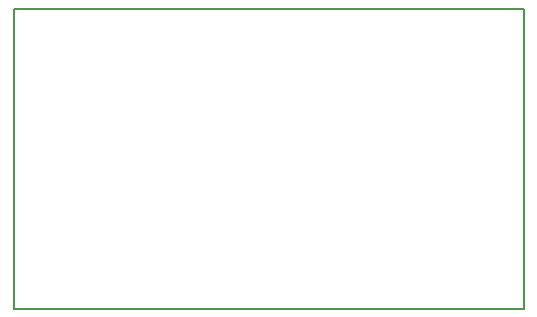
<source format=gbr>
G04 #@! TF.FileFunction,Profile,NP*
%FSLAX46Y46*%
G04 Gerber Fmt 4.6, Leading zero omitted, Abs format (unit mm)*
G04 Created by KiCad (PCBNEW 0.201412031631+5310~19~ubuntu14.04.1-product) date sáb 06 dic 2014 19:22:19 CET*
%MOMM*%
G01*
G04 APERTURE LIST*
%ADD10C,0.100000*%
%ADD11C,0.150000*%
G04 APERTURE END LIST*
D10*
D11*
X130810000Y-111760000D02*
X130810000Y-86360000D01*
X173990000Y-111760000D02*
X130810000Y-111760000D01*
X173990000Y-86360000D02*
X173990000Y-111760000D01*
X130810000Y-86360000D02*
X173990000Y-86360000D01*
M02*

</source>
